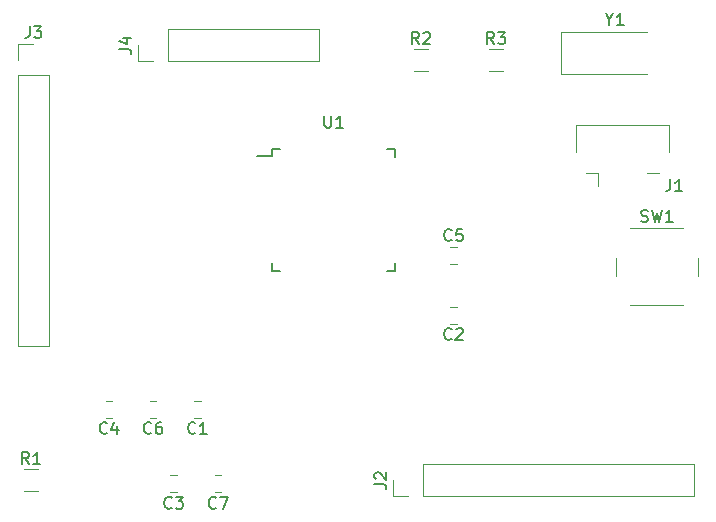
<source format=gbr>
G04 #@! TF.GenerationSoftware,KiCad,Pcbnew,5.0.2+dfsg1-1*
G04 #@! TF.CreationDate,2019-09-12T15:25:03-03:00*
G04 #@! TF.ProjectId,minicurso,6d696e69-6375-4727-936f-2e6b69636164,rev?*
G04 #@! TF.SameCoordinates,Original*
G04 #@! TF.FileFunction,Legend,Top*
G04 #@! TF.FilePolarity,Positive*
%FSLAX46Y46*%
G04 Gerber Fmt 4.6, Leading zero omitted, Abs format (unit mm)*
G04 Created by KiCad (PCBNEW 5.0.2+dfsg1-1) date qui 12 set 2019 15:25:03 -03*
%MOMM*%
%LPD*%
G01*
G04 APERTURE LIST*
%ADD10C,0.120000*%
%ADD11C,0.100000*%
%ADD12C,0.150000*%
G04 APERTURE END LIST*
D10*
G04 #@! TO.C,SW1*
X117240000Y-58880000D02*
X117240000Y-57380000D01*
X115990000Y-54880000D02*
X111490000Y-54880000D01*
X110240000Y-57380000D02*
X110240000Y-58880000D01*
X111490000Y-61380000D02*
X115990000Y-61380000D01*
G04 #@! TO.C,C2*
X96781252Y-61520000D02*
X96258748Y-61520000D01*
X96781252Y-62940000D02*
X96258748Y-62940000D01*
G04 #@! TO.C,C3*
X73080211Y-77221100D02*
X72557707Y-77221100D01*
X73080211Y-75801100D02*
X72557707Y-75801100D01*
G04 #@! TO.C,C4*
X67604787Y-69476301D02*
X67082283Y-69476301D01*
X67604787Y-70896301D02*
X67082283Y-70896301D01*
G04 #@! TO.C,C5*
X96258748Y-56440000D02*
X96781252Y-56440000D01*
X96258748Y-57860000D02*
X96781252Y-57860000D01*
G04 #@! TO.C,C6*
X71354787Y-69476301D02*
X70832283Y-69476301D01*
X71354787Y-70896301D02*
X70832283Y-70896301D01*
G04 #@! TO.C,C7*
X76830211Y-77221100D02*
X76307707Y-77221100D01*
X76830211Y-75801100D02*
X76307707Y-75801100D01*
G04 #@! TO.C,C1*
X75104787Y-69476301D02*
X74582283Y-69476301D01*
X75104787Y-70896301D02*
X74582283Y-70896301D01*
G04 #@! TO.C,J4*
X69790000Y-40700000D02*
X69790000Y-39370000D01*
X71120000Y-40700000D02*
X69790000Y-40700000D01*
X72390000Y-40700000D02*
X72390000Y-38040000D01*
X72390000Y-38040000D02*
X85150000Y-38040000D01*
X72390000Y-40700000D02*
X85150000Y-40700000D01*
X85150000Y-40700000D02*
X85150000Y-38040000D01*
G04 #@! TO.C,J3*
X59630000Y-64830000D02*
X62290000Y-64830000D01*
X59630000Y-41910000D02*
X59630000Y-64830000D01*
X62290000Y-41910000D02*
X62290000Y-64830000D01*
X59630000Y-41910000D02*
X62290000Y-41910000D01*
X59630000Y-40640000D02*
X59630000Y-39310000D01*
X59630000Y-39310000D02*
X60960000Y-39310000D01*
G04 #@! TO.C,J2*
X91380000Y-77530000D02*
X91380000Y-76200000D01*
X92710000Y-77530000D02*
X91380000Y-77530000D01*
X93980000Y-77530000D02*
X93980000Y-74870000D01*
X93980000Y-74870000D02*
X116900000Y-74870000D01*
X93980000Y-77530000D02*
X116900000Y-77530000D01*
X116900000Y-77530000D02*
X116900000Y-74870000D01*
D11*
G04 #@! TO.C,J1*
X106870000Y-46130000D02*
X106870000Y-48430000D01*
X114770000Y-46130000D02*
X106870000Y-46130000D01*
X114770000Y-48430000D02*
X114770000Y-46130000D01*
X112884476Y-50218539D02*
X113884476Y-50218539D01*
X108770000Y-51280000D02*
X108770000Y-50230000D01*
X108770000Y-50230000D02*
X107770000Y-50230000D01*
D10*
G04 #@! TO.C,Y1*
X105655001Y-41825001D02*
X112905001Y-41825001D01*
X105655001Y-38225001D02*
X105655001Y-41825001D01*
X112905001Y-38225001D02*
X105655001Y-38225001D01*
D12*
G04 #@! TO.C,U1*
X81185000Y-48740000D02*
X79910000Y-48740000D01*
X91535000Y-48165000D02*
X90860000Y-48165000D01*
X91535000Y-58515000D02*
X90860000Y-58515000D01*
X81185000Y-58515000D02*
X81860000Y-58515000D01*
X81185000Y-48165000D02*
X81860000Y-48165000D01*
X81185000Y-58515000D02*
X81185000Y-57840000D01*
X91535000Y-58515000D02*
X91535000Y-57840000D01*
X91535000Y-48165000D02*
X91535000Y-48840000D01*
X81185000Y-48165000D02*
X81185000Y-48740000D01*
D10*
G04 #@! TO.C,R3*
X99510436Y-41550000D02*
X100714564Y-41550000D01*
X99510436Y-39730000D02*
X100714564Y-39730000D01*
G04 #@! TO.C,R1*
X60140436Y-75290000D02*
X61344564Y-75290000D01*
X60140436Y-77110000D02*
X61344564Y-77110000D01*
G04 #@! TO.C,R2*
X93160436Y-41550000D02*
X94364564Y-41550000D01*
X93160436Y-39730000D02*
X94364564Y-39730000D01*
G04 #@! TO.C,SW1*
D12*
X112406666Y-54284761D02*
X112549523Y-54332380D01*
X112787619Y-54332380D01*
X112882857Y-54284761D01*
X112930476Y-54237142D01*
X112978095Y-54141904D01*
X112978095Y-54046666D01*
X112930476Y-53951428D01*
X112882857Y-53903809D01*
X112787619Y-53856190D01*
X112597142Y-53808571D01*
X112501904Y-53760952D01*
X112454285Y-53713333D01*
X112406666Y-53618095D01*
X112406666Y-53522857D01*
X112454285Y-53427619D01*
X112501904Y-53380000D01*
X112597142Y-53332380D01*
X112835238Y-53332380D01*
X112978095Y-53380000D01*
X113311428Y-53332380D02*
X113549523Y-54332380D01*
X113740000Y-53618095D01*
X113930476Y-54332380D01*
X114168571Y-53332380D01*
X115073333Y-54332380D02*
X114501904Y-54332380D01*
X114787619Y-54332380D02*
X114787619Y-53332380D01*
X114692380Y-53475238D01*
X114597142Y-53570476D01*
X114501904Y-53618095D01*
G04 #@! TO.C,C2*
X96353333Y-64237142D02*
X96305714Y-64284761D01*
X96162857Y-64332380D01*
X96067619Y-64332380D01*
X95924761Y-64284761D01*
X95829523Y-64189523D01*
X95781904Y-64094285D01*
X95734285Y-63903809D01*
X95734285Y-63760952D01*
X95781904Y-63570476D01*
X95829523Y-63475238D01*
X95924761Y-63380000D01*
X96067619Y-63332380D01*
X96162857Y-63332380D01*
X96305714Y-63380000D01*
X96353333Y-63427619D01*
X96734285Y-63427619D02*
X96781904Y-63380000D01*
X96877142Y-63332380D01*
X97115238Y-63332380D01*
X97210476Y-63380000D01*
X97258095Y-63427619D01*
X97305714Y-63522857D01*
X97305714Y-63618095D01*
X97258095Y-63760952D01*
X96686666Y-64332380D01*
X97305714Y-64332380D01*
G04 #@! TO.C,C3*
X72652292Y-78518242D02*
X72604673Y-78565861D01*
X72461816Y-78613480D01*
X72366578Y-78613480D01*
X72223720Y-78565861D01*
X72128482Y-78470623D01*
X72080863Y-78375385D01*
X72033244Y-78184909D01*
X72033244Y-78042052D01*
X72080863Y-77851576D01*
X72128482Y-77756338D01*
X72223720Y-77661100D01*
X72366578Y-77613480D01*
X72461816Y-77613480D01*
X72604673Y-77661100D01*
X72652292Y-77708719D01*
X72985625Y-77613480D02*
X73604673Y-77613480D01*
X73271339Y-77994433D01*
X73414197Y-77994433D01*
X73509435Y-78042052D01*
X73557054Y-78089671D01*
X73604673Y-78184909D01*
X73604673Y-78423004D01*
X73557054Y-78518242D01*
X73509435Y-78565861D01*
X73414197Y-78613480D01*
X73128482Y-78613480D01*
X73033244Y-78565861D01*
X72985625Y-78518242D01*
G04 #@! TO.C,C4*
X67176868Y-72193443D02*
X67129249Y-72241062D01*
X66986392Y-72288681D01*
X66891154Y-72288681D01*
X66748296Y-72241062D01*
X66653058Y-72145824D01*
X66605439Y-72050586D01*
X66557820Y-71860110D01*
X66557820Y-71717253D01*
X66605439Y-71526777D01*
X66653058Y-71431539D01*
X66748296Y-71336301D01*
X66891154Y-71288681D01*
X66986392Y-71288681D01*
X67129249Y-71336301D01*
X67176868Y-71383920D01*
X68034011Y-71622015D02*
X68034011Y-72288681D01*
X67795915Y-71241062D02*
X67557820Y-71955348D01*
X68176868Y-71955348D01*
G04 #@! TO.C,C5*
X96353333Y-55857142D02*
X96305714Y-55904761D01*
X96162857Y-55952380D01*
X96067619Y-55952380D01*
X95924761Y-55904761D01*
X95829523Y-55809523D01*
X95781904Y-55714285D01*
X95734285Y-55523809D01*
X95734285Y-55380952D01*
X95781904Y-55190476D01*
X95829523Y-55095238D01*
X95924761Y-55000000D01*
X96067619Y-54952380D01*
X96162857Y-54952380D01*
X96305714Y-55000000D01*
X96353333Y-55047619D01*
X97258095Y-54952380D02*
X96781904Y-54952380D01*
X96734285Y-55428571D01*
X96781904Y-55380952D01*
X96877142Y-55333333D01*
X97115238Y-55333333D01*
X97210476Y-55380952D01*
X97258095Y-55428571D01*
X97305714Y-55523809D01*
X97305714Y-55761904D01*
X97258095Y-55857142D01*
X97210476Y-55904761D01*
X97115238Y-55952380D01*
X96877142Y-55952380D01*
X96781904Y-55904761D01*
X96734285Y-55857142D01*
G04 #@! TO.C,C6*
X70926868Y-72193443D02*
X70879249Y-72241062D01*
X70736392Y-72288681D01*
X70641154Y-72288681D01*
X70498296Y-72241062D01*
X70403058Y-72145824D01*
X70355439Y-72050586D01*
X70307820Y-71860110D01*
X70307820Y-71717253D01*
X70355439Y-71526777D01*
X70403058Y-71431539D01*
X70498296Y-71336301D01*
X70641154Y-71288681D01*
X70736392Y-71288681D01*
X70879249Y-71336301D01*
X70926868Y-71383920D01*
X71784011Y-71288681D02*
X71593535Y-71288681D01*
X71498296Y-71336301D01*
X71450677Y-71383920D01*
X71355439Y-71526777D01*
X71307820Y-71717253D01*
X71307820Y-72098205D01*
X71355439Y-72193443D01*
X71403058Y-72241062D01*
X71498296Y-72288681D01*
X71688773Y-72288681D01*
X71784011Y-72241062D01*
X71831630Y-72193443D01*
X71879249Y-72098205D01*
X71879249Y-71860110D01*
X71831630Y-71764872D01*
X71784011Y-71717253D01*
X71688773Y-71669634D01*
X71498296Y-71669634D01*
X71403058Y-71717253D01*
X71355439Y-71764872D01*
X71307820Y-71860110D01*
G04 #@! TO.C,C7*
X76402292Y-78518242D02*
X76354673Y-78565861D01*
X76211816Y-78613480D01*
X76116578Y-78613480D01*
X75973720Y-78565861D01*
X75878482Y-78470623D01*
X75830863Y-78375385D01*
X75783244Y-78184909D01*
X75783244Y-78042052D01*
X75830863Y-77851576D01*
X75878482Y-77756338D01*
X75973720Y-77661100D01*
X76116578Y-77613480D01*
X76211816Y-77613480D01*
X76354673Y-77661100D01*
X76402292Y-77708719D01*
X76735625Y-77613480D02*
X77402292Y-77613480D01*
X76973720Y-78613480D01*
G04 #@! TO.C,C1*
X74676868Y-72193443D02*
X74629249Y-72241062D01*
X74486392Y-72288681D01*
X74391154Y-72288681D01*
X74248296Y-72241062D01*
X74153058Y-72145824D01*
X74105439Y-72050586D01*
X74057820Y-71860110D01*
X74057820Y-71717253D01*
X74105439Y-71526777D01*
X74153058Y-71431539D01*
X74248296Y-71336301D01*
X74391154Y-71288681D01*
X74486392Y-71288681D01*
X74629249Y-71336301D01*
X74676868Y-71383920D01*
X75629249Y-72288681D02*
X75057820Y-72288681D01*
X75343535Y-72288681D02*
X75343535Y-71288681D01*
X75248296Y-71431539D01*
X75153058Y-71526777D01*
X75057820Y-71574396D01*
G04 #@! TO.C,J4*
X68242380Y-39703333D02*
X68956666Y-39703333D01*
X69099523Y-39750952D01*
X69194761Y-39846190D01*
X69242380Y-39989047D01*
X69242380Y-40084285D01*
X68575714Y-38798571D02*
X69242380Y-38798571D01*
X68194761Y-39036666D02*
X68909047Y-39274761D01*
X68909047Y-38655714D01*
G04 #@! TO.C,J3*
X60626666Y-37762380D02*
X60626666Y-38476666D01*
X60579047Y-38619523D01*
X60483809Y-38714761D01*
X60340952Y-38762380D01*
X60245714Y-38762380D01*
X61007619Y-37762380D02*
X61626666Y-37762380D01*
X61293333Y-38143333D01*
X61436190Y-38143333D01*
X61531428Y-38190952D01*
X61579047Y-38238571D01*
X61626666Y-38333809D01*
X61626666Y-38571904D01*
X61579047Y-38667142D01*
X61531428Y-38714761D01*
X61436190Y-38762380D01*
X61150476Y-38762380D01*
X61055238Y-38714761D01*
X61007619Y-38667142D01*
G04 #@! TO.C,J2*
X89832380Y-76533333D02*
X90546666Y-76533333D01*
X90689523Y-76580952D01*
X90784761Y-76676190D01*
X90832380Y-76819047D01*
X90832380Y-76914285D01*
X89927619Y-76104761D02*
X89880000Y-76057142D01*
X89832380Y-75961904D01*
X89832380Y-75723809D01*
X89880000Y-75628571D01*
X89927619Y-75580952D01*
X90022857Y-75533333D01*
X90118095Y-75533333D01*
X90260952Y-75580952D01*
X90832380Y-76152380D01*
X90832380Y-75533333D01*
G04 #@! TO.C,J1*
X114876666Y-50712380D02*
X114876666Y-51426666D01*
X114829047Y-51569523D01*
X114733809Y-51664761D01*
X114590952Y-51712380D01*
X114495714Y-51712380D01*
X115876666Y-51712380D02*
X115305238Y-51712380D01*
X115590952Y-51712380D02*
X115590952Y-50712380D01*
X115495714Y-50855238D01*
X115400476Y-50950476D01*
X115305238Y-50998095D01*
G04 #@! TO.C,Y1*
X109728810Y-37201191D02*
X109728810Y-37677381D01*
X109395477Y-36677381D02*
X109728810Y-37201191D01*
X110062143Y-36677381D01*
X110919286Y-37677381D02*
X110347858Y-37677381D01*
X110633572Y-37677381D02*
X110633572Y-36677381D01*
X110538334Y-36820239D01*
X110443096Y-36915477D01*
X110347858Y-36963096D01*
G04 #@! TO.C,U1*
X85598095Y-45342380D02*
X85598095Y-46151904D01*
X85645714Y-46247142D01*
X85693333Y-46294761D01*
X85788571Y-46342380D01*
X85979047Y-46342380D01*
X86074285Y-46294761D01*
X86121904Y-46247142D01*
X86169523Y-46151904D01*
X86169523Y-45342380D01*
X87169523Y-46342380D02*
X86598095Y-46342380D01*
X86883809Y-46342380D02*
X86883809Y-45342380D01*
X86788571Y-45485238D01*
X86693333Y-45580476D01*
X86598095Y-45628095D01*
G04 #@! TO.C,R3*
X99945833Y-39272380D02*
X99612500Y-38796190D01*
X99374404Y-39272380D02*
X99374404Y-38272380D01*
X99755357Y-38272380D01*
X99850595Y-38320000D01*
X99898214Y-38367619D01*
X99945833Y-38462857D01*
X99945833Y-38605714D01*
X99898214Y-38700952D01*
X99850595Y-38748571D01*
X99755357Y-38796190D01*
X99374404Y-38796190D01*
X100279166Y-38272380D02*
X100898214Y-38272380D01*
X100564880Y-38653333D01*
X100707738Y-38653333D01*
X100802976Y-38700952D01*
X100850595Y-38748571D01*
X100898214Y-38843809D01*
X100898214Y-39081904D01*
X100850595Y-39177142D01*
X100802976Y-39224761D01*
X100707738Y-39272380D01*
X100422023Y-39272380D01*
X100326785Y-39224761D01*
X100279166Y-39177142D01*
G04 #@! TO.C,R1*
X60575833Y-74832380D02*
X60242500Y-74356190D01*
X60004404Y-74832380D02*
X60004404Y-73832380D01*
X60385357Y-73832380D01*
X60480595Y-73880000D01*
X60528214Y-73927619D01*
X60575833Y-74022857D01*
X60575833Y-74165714D01*
X60528214Y-74260952D01*
X60480595Y-74308571D01*
X60385357Y-74356190D01*
X60004404Y-74356190D01*
X61528214Y-74832380D02*
X60956785Y-74832380D01*
X61242500Y-74832380D02*
X61242500Y-73832380D01*
X61147261Y-73975238D01*
X61052023Y-74070476D01*
X60956785Y-74118095D01*
G04 #@! TO.C,R2*
X93595833Y-39272380D02*
X93262500Y-38796190D01*
X93024404Y-39272380D02*
X93024404Y-38272380D01*
X93405357Y-38272380D01*
X93500595Y-38320000D01*
X93548214Y-38367619D01*
X93595833Y-38462857D01*
X93595833Y-38605714D01*
X93548214Y-38700952D01*
X93500595Y-38748571D01*
X93405357Y-38796190D01*
X93024404Y-38796190D01*
X93976785Y-38367619D02*
X94024404Y-38320000D01*
X94119642Y-38272380D01*
X94357738Y-38272380D01*
X94452976Y-38320000D01*
X94500595Y-38367619D01*
X94548214Y-38462857D01*
X94548214Y-38558095D01*
X94500595Y-38700952D01*
X93929166Y-39272380D01*
X94548214Y-39272380D01*
G04 #@! TD*
M02*

</source>
